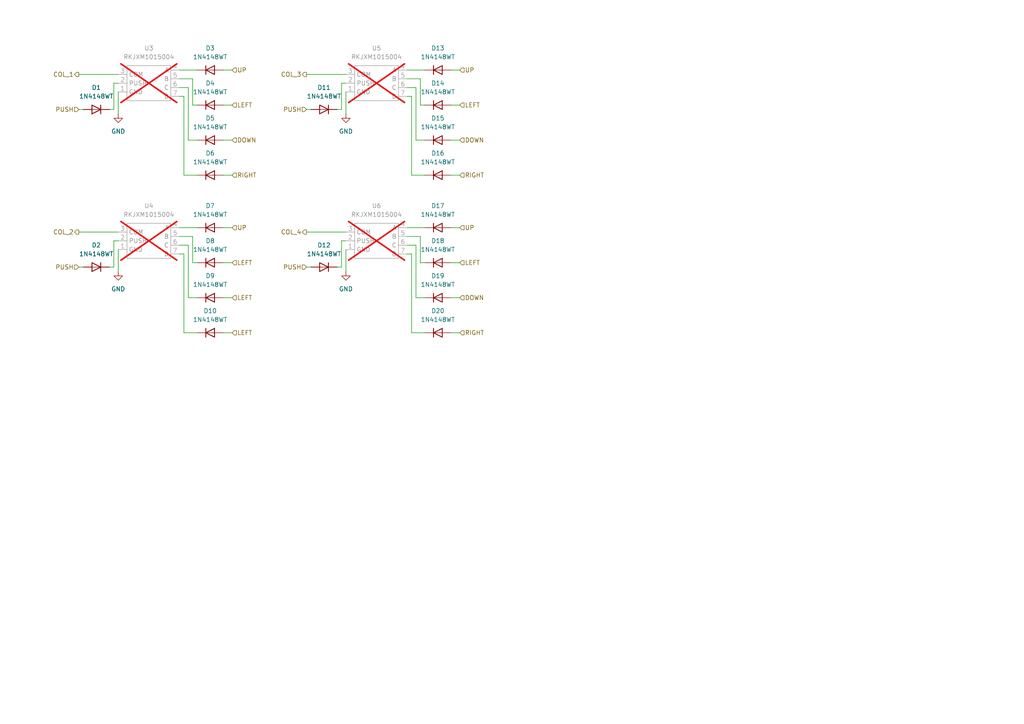
<source format=kicad_sch>
(kicad_sch (version 20230121) (generator eeschema)
  (paper "A4")
  (lib_symbols
    (symbol "Alps:RKJXM1015004"
      (property "Reference" "U1" (at -0.635 17.78 0))
      (property "Value" "RKJXM1015004" (at -0.635 15.24 0))
      (symbol "RKJXM1015004_0_1"
        (rectangle (start -6.35 12.7) (end 6.35 2.54))
      )
      (symbol "RKJXM1015004_1_1"
        (pin power_out line (at -8.89 5.08 0) (length 2.54) (name "GND") (number "1"))
        (pin power_in line (at -8.89 7.62 0) (length 2.54) (name "PUSH") (number "2"))
        (pin output line (at -8.89 10.16 0) (length 2.54) (name "COM") (number "3"))
        (pin output line (at 8.89 11.43 180) (length 2.54) (name "A") (number "4"))
        (pin output line (at 8.89 8.89 180) (length 2.54) (name "B") (number "5"))
        (pin output line (at 8.89 6.35 180) (length 2.54) (name "C") (number "6"))
        (pin output line (at 8.89 3.81 180) (length 2.54) (name "D") (number "7"))
      )
    )
    (symbol "Diode:1N4148WT" (pin_numbers hide) (pin_names hide)
      (property "Reference" "D" (at 0 2.54 0))
      (property "Value" "1N4148WT" (at 0 -2.54 0))
      (symbol "1N4148WT_0_1"
        (polyline (pts (xy -1.27 1.27) (xy -1.27 -1.27)) (stroke (width 0.254)))
        (polyline (pts (xy 1.27 0) (xy -1.27 0)))
        (polyline (pts (xy 1.27 1.27) (xy 1.27 -1.27) (xy -1.27 0) (xy 1.27 1.27)) (stroke (width 0.254)))
      )
      (symbol "1N4148WT_1_1"
        (pin passive line (at -3.81 0 0) (length 2.54) (name "K") (number "1"))
        (pin passive line (at 3.81 0 180) (length 2.54) (name "A") (number "2"))
      )
    )
    (symbol "power:GND" (power) (pin_names (offset 0))
      (property "Value" "GND" (at 0 -3.81 0))
      (symbol "GND_0_1"
        (polyline (pts (xy 0 0) (xy 0 -1.27) (xy 1.27 -1.27) (xy 0 -2.54) (xy -1.27 -1.27) (xy 0 -1.27)))
      )
      (symbol "GND_1_1"
        (pin power_in line (at 0 0 270) (length 0) hide (name "GND") (number "1"))
      )
    )
  )
  (wire (pts (xy 54.61 25.4) (xy 52.07 25.4)))
  (wire (pts (xy 22.86 21.59) (xy 34.29 21.59)))
  (wire (pts (xy 22.86 31.75) (xy 24.13 31.75)))
  (wire (pts (xy 99.06 69.85) (xy 99.06 77.47)))
  (wire (pts (xy 130.81 66.04) (xy 133.35 66.04)))
  (wire (pts (xy 120.65 71.12) (xy 118.11 71.12)))
  (wire (pts (xy 64.77 40.64) (xy 67.31 40.64)))
  (wire (pts (xy 100.33 72.39) (xy 100.33 78.74)))
  (wire (pts (xy 55.88 22.86) (xy 52.07 22.86)))
  (wire (pts (xy 57.15 86.36) (xy 54.61 86.36)))
  (wire (pts (xy 52.07 20.32) (xy 57.15 20.32)))
  (wire (pts (xy 54.61 71.12) (xy 52.07 71.12)))
  (wire (pts (xy 55.88 30.48) (xy 55.88 22.86)))
  (wire (pts (xy 120.65 40.64) (xy 120.65 25.4)))
  (wire (pts (xy 123.19 50.8) (xy 119.38 50.8)))
  (wire (pts (xy 64.77 50.8) (xy 67.31 50.8)))
  (wire (pts (xy 123.19 86.36) (xy 120.65 86.36)))
  (wire (pts (xy 34.29 26.67) (xy 34.29 33.02)))
  (wire (pts (xy 64.77 20.32) (xy 67.31 20.32)))
  (wire (pts (xy 130.81 96.52) (xy 133.35 96.52)))
  (wire (pts (xy 54.61 86.36) (xy 54.61 71.12)))
  (wire (pts (xy 88.9 21.59) (xy 100.33 21.59)))
  (wire (pts (xy 55.88 68.58) (xy 52.07 68.58)))
  (wire (pts (xy 53.34 73.66) (xy 52.07 73.66)))
  (wire (pts (xy 121.92 76.2) (xy 121.92 68.58)))
  (wire (pts (xy 120.65 86.36) (xy 120.65 71.12)))
  (wire (pts (xy 33.02 24.13) (xy 33.02 31.75)))
  (wire (pts (xy 121.92 22.86) (xy 118.11 22.86)))
  (wire (pts (xy 34.29 69.85) (xy 33.02 69.85)))
  (wire (pts (xy 130.81 50.8) (xy 133.35 50.8)))
  (wire (pts (xy 130.81 40.64) (xy 133.35 40.64)))
  (wire (pts (xy 121.92 30.48) (xy 121.92 22.86)))
  (wire (pts (xy 34.29 72.39) (xy 34.29 78.74)))
  (wire (pts (xy 119.38 96.52) (xy 119.38 73.66)))
  (wire (pts (xy 33.02 69.85) (xy 33.02 77.47)))
  (wire (pts (xy 55.88 76.2) (xy 57.15 76.2)))
  (wire (pts (xy 123.19 40.64) (xy 120.65 40.64)))
  (wire (pts (xy 64.77 76.2) (xy 67.31 76.2)))
  (wire (pts (xy 100.33 69.85) (xy 99.06 69.85)))
  (wire (pts (xy 88.9 67.31) (xy 100.33 67.31)))
  (wire (pts (xy 130.81 20.32) (xy 133.35 20.32)))
  (wire (pts (xy 34.29 24.13) (xy 33.02 24.13)))
  (wire (pts (xy 121.92 68.58) (xy 118.11 68.58)))
  (wire (pts (xy 120.65 25.4) (xy 118.11 25.4)))
  (wire (pts (xy 121.92 76.2) (xy 123.19 76.2)))
  (wire (pts (xy 119.38 27.94) (xy 118.11 27.94)))
  (wire (pts (xy 88.9 77.47) (xy 90.17 77.47)))
  (wire (pts (xy 99.06 31.75) (xy 97.79 31.75)))
  (wire (pts (xy 55.88 30.48) (xy 57.15 30.48)))
  (wire (pts (xy 57.15 50.8) (xy 53.34 50.8)))
  (wire (pts (xy 123.19 96.52) (xy 119.38 96.52)))
  (wire (pts (xy 22.86 67.31) (xy 34.29 67.31)))
  (wire (pts (xy 57.15 40.64) (xy 54.61 40.64)))
  (wire (pts (xy 99.06 24.13) (xy 99.06 31.75)))
  (wire (pts (xy 53.34 50.8) (xy 53.34 27.94)))
  (wire (pts (xy 64.77 66.04) (xy 67.31 66.04)))
  (wire (pts (xy 52.07 66.04) (xy 57.15 66.04)))
  (wire (pts (xy 53.34 96.52) (xy 53.34 73.66)))
  (wire (pts (xy 119.38 50.8) (xy 119.38 27.94)))
  (wire (pts (xy 55.88 76.2) (xy 55.88 68.58)))
  (wire (pts (xy 118.11 66.04) (xy 123.19 66.04)))
  (wire (pts (xy 88.9 31.75) (xy 90.17 31.75)))
  (wire (pts (xy 33.02 31.75) (xy 31.75 31.75)))
  (wire (pts (xy 99.06 77.47) (xy 97.79 77.47)))
  (wire (pts (xy 130.81 30.48) (xy 133.35 30.48)))
  (wire (pts (xy 54.61 40.64) (xy 54.61 25.4)))
  (wire (pts (xy 118.11 20.32) (xy 123.19 20.32)))
  (wire (pts (xy 100.33 24.13) (xy 99.06 24.13)))
  (wire (pts (xy 64.77 86.36) (xy 67.31 86.36)))
  (wire (pts (xy 119.38 73.66) (xy 118.11 73.66)))
  (wire (pts (xy 64.77 96.52) (xy 67.31 96.52)))
  (wire (pts (xy 33.02 77.47) (xy 31.75 77.47)))
  (wire (pts (xy 57.15 96.52) (xy 53.34 96.52)))
  (wire (pts (xy 130.81 86.36) (xy 133.35 86.36)))
  (wire (pts (xy 64.77 30.48) (xy 67.31 30.48)))
  (wire (pts (xy 121.92 30.48) (xy 123.19 30.48)))
  (wire (pts (xy 100.33 26.67) (xy 100.33 33.02)))
  (wire (pts (xy 130.81 76.2) (xy 133.35 76.2)))
  (wire (pts (xy 53.34 27.94) (xy 52.07 27.94)))
  (wire (pts (xy 22.86 77.47) (xy 24.13 77.47)))
  (hierarchical_label "COL_4" (shape output) (at 88.9 67.31 180))
  (hierarchical_label "UP" (shape input) (at 67.31 20.32 0))
  (hierarchical_label "LEFT" (shape input) (at 133.35 30.48 0))
  (hierarchical_label "COL_2" (shape output) (at 22.86 67.31 180))
  (hierarchical_label "UP" (shape input) (at 67.31 66.04 0))
  (hierarchical_label "DOWN" (shape input) (at 133.35 86.36 0))
  (hierarchical_label "PUSH" (shape input) (at 88.9 77.47 180))
  (hierarchical_label "PUSH" (shape input) (at 22.86 77.47 180))
  (hierarchical_label "LEFT" (shape input) (at 67.31 96.52 0))
  (hierarchical_label "RIGHT" (shape input) (at 67.31 50.8 0))
  (hierarchical_label "PUSH" (shape input) (at 22.86 31.75 180))
  (hierarchical_label "COL_3" (shape output) (at 88.9 21.59 180))
  (hierarchical_label "DOWN" (shape input) (at 67.31 40.64 0))
  (hierarchical_label "PUSH" (shape input) (at 88.9 31.75 180))
  (hierarchical_label "RIGHT" (shape input) (at 133.35 96.52 0))
  (hierarchical_label "DOWN" (shape input) (at 133.35 40.64 0))
  (hierarchical_label "UP" (shape input) (at 133.35 66.04 0))
  (hierarchical_label "LEFT" (shape input) (at 133.35 76.2 0))
  (hierarchical_label "LEFT" (shape input) (at 67.31 30.48 0))
  (hierarchical_label "COL_1" (shape output) (at 22.86 21.59 180))
  (hierarchical_label "LEFT" (shape input) (at 67.31 76.2 0))
  (hierarchical_label "UP" (shape input) (at 133.35 20.32 0))
  (hierarchical_label "LEFT" (shape input) (at 67.31 86.36 0))
  (hierarchical_label "RIGHT" (shape input) (at 133.35 50.8 0))
  (symbol (lib_id "Diode:1N4148WT") (at 93.98 31.75 180) (unit 1)
    (property "Reference" "D11" (at 93.98 25.4 0))
    (property "Value" "1N4148WT" (at 93.98 27.94 0))
    (property "Footprint" "Diode_SMD:D_SOD-523" (effects hide))
    (property "Datasheet" "https://www.diodes.com/assets/Datasheets/ds30396.pdf" (effects hide))
    (property "Sim.Device" "D" (effects hide))
    (property "Sim.Pins" "1=K 2=A" (effects hide))
  )
  (symbol (lib_id "Alps:RKJXM1015004") (at 109.22 31.75 0) (unit 1) (dnp yes)
    (property "Reference" "U5" (at 109.22 13.97 0))
    (property "Value" "RKJXM1015004" (at 109.22 16.51 0))
    (property "Footprint" "Alps:RKJXM1015004" (effects hide))
  )
  (symbol (lib_id "Diode:1N4148WT") (at 127 20.32 0) (unit 1)
    (property "Reference" "D13" (at 127 13.97 0))
    (property "Value" "1N4148WT" (at 127 16.51 0))
    (property "Footprint" "Diode_SMD:D_SOD-523" (effects hide))
    (property "Datasheet" "https://www.diodes.com/assets/Datasheets/ds30396.pdf" (effects hide))
    (property "Sim.Device" "D" (effects hide))
    (property "Sim.Pins" "1=K 2=A" (effects hide))
  )
  (symbol (lib_id "Diode:1N4148WT") (at 60.96 86.36 0) (unit 1)
    (property "Reference" "D9" (at 60.96 80.01 0))
    (property "Value" "1N4148WT" (at 60.96 82.55 0))
    (property "Footprint" "Diode_SMD:D_SOD-523" (effects hide))
    (property "Datasheet" "https://www.diodes.com/assets/Datasheets/ds30396.pdf" (effects hide))
    (property "Sim.Device" "D" (effects hide))
    (property "Sim.Pins" "1=K 2=A" (effects hide))
  )
  (symbol (lib_id "Diode:1N4148WT") (at 127 76.2 0) (unit 1)
    (property "Reference" "D18" (at 127 69.85 0))
    (property "Value" "1N4148WT" (at 127 72.39 0))
    (property "Footprint" "Diode_SMD:D_SOD-523" (effects hide))
    (property "Datasheet" "https://www.diodes.com/assets/Datasheets/ds30396.pdf" (effects hide))
    (property "Sim.Device" "D" (effects hide))
    (property "Sim.Pins" "1=K 2=A" (effects hide))
  )
  (symbol (lib_id "Diode:1N4148WT") (at 127 86.36 0) (unit 1)
    (property "Reference" "D19" (at 127 80.01 0))
    (property "Value" "1N4148WT" (at 127 82.55 0))
    (property "Footprint" "Diode_SMD:D_SOD-523" (effects hide))
    (property "Datasheet" "https://www.diodes.com/assets/Datasheets/ds30396.pdf" (effects hide))
    (property "Sim.Device" "D" (effects hide))
    (property "Sim.Pins" "1=K 2=A" (effects hide))
  )
  (symbol (lib_id "Diode:1N4148WT") (at 60.96 96.52 0) (unit 1)
    (property "Reference" "D10" (at 60.96 90.17 0))
    (property "Value" "1N4148WT" (at 60.96 92.71 0))
    (property "Footprint" "Diode_SMD:D_SOD-523" (effects hide))
    (property "Datasheet" "https://www.diodes.com/assets/Datasheets/ds30396.pdf" (effects hide))
    (property "Sim.Device" "D" (effects hide))
    (property "Sim.Pins" "1=K 2=A" (effects hide))
  )
  (symbol (lib_id "Diode:1N4148WT") (at 127 96.52 0) (unit 1)
    (property "Reference" "D20" (at 127 90.17 0))
    (property "Value" "1N4148WT" (at 127 92.71 0))
    (property "Footprint" "Diode_SMD:D_SOD-523" (effects hide))
    (property "Datasheet" "https://www.diodes.com/assets/Datasheets/ds30396.pdf" (effects hide))
    (property "Sim.Device" "D" (effects hide))
    (property "Sim.Pins" "1=K 2=A" (effects hide))
  )
  (symbol (lib_id "power:GND") (at 100.33 33.02 0) (unit 1)
    (property "Reference" "#PWR015" (effects hide))
    (property "Value" "GND" (at 100.33 38.1 0))
  )
  (symbol (lib_id "Diode:1N4148WT") (at 27.94 77.47 180) (unit 1)
    (property "Reference" "D2" (at 27.94 71.12 0))
    (property "Value" "1N4148WT" (at 27.94 73.66 0))
    (property "Footprint" "Diode_SMD:D_SOD-523" (effects hide))
    (property "Datasheet" "https://www.diodes.com/assets/Datasheets/ds30396.pdf" (effects hide))
    (property "Sim.Device" "D" (effects hide))
    (property "Sim.Pins" "1=K 2=A" (effects hide))
  )
  (symbol (lib_id "power:GND") (at 34.29 78.74 0) (unit 1)
    (property "Reference" "#PWR014" (effects hide))
    (property "Value" "GND" (at 34.29 83.82 0))
  )
  (symbol (lib_id "Diode:1N4148WT") (at 127 30.48 0) (unit 1)
    (property "Reference" "D14" (at 127 24.13 0))
    (property "Value" "1N4148WT" (at 127 26.67 0))
    (property "Footprint" "Diode_SMD:D_SOD-523" (effects hide))
    (property "Datasheet" "https://www.diodes.com/assets/Datasheets/ds30396.pdf" (effects hide))
    (property "Sim.Device" "D" (effects hide))
    (property "Sim.Pins" "1=K 2=A" (effects hide))
  )
  (symbol (lib_id "power:GND") (at 34.29 33.02 0) (unit 1)
    (property "Reference" "#PWR013" (effects hide))
    (property "Value" "GND" (at 34.29 38.1 0))
  )
  (symbol (lib_id "Alps:RKJXM1015004") (at 43.18 77.47 0) (unit 1) (dnp yes)
    (property "Reference" "U4" (at 43.18 59.69 0))
    (property "Value" "RKJXM1015004" (at 43.18 62.23 0))
    (property "Footprint" "Alps:RKJXM1015004" (effects hide))
  )
  (symbol (lib_id "Diode:1N4148WT") (at 93.98 77.47 180) (unit 1)
    (property "Reference" "D12" (at 93.98 71.12 0))
    (property "Value" "1N4148WT" (at 93.98 73.66 0))
    (property "Footprint" "Diode_SMD:D_SOD-523" (effects hide))
    (property "Datasheet" "https://www.diodes.com/assets/Datasheets/ds30396.pdf" (effects hide))
    (property "Sim.Device" "D" (effects hide))
    (property "Sim.Pins" "1=K 2=A" (effects hide))
  )
  (symbol (lib_id "Diode:1N4148WT") (at 60.96 76.2 0) (unit 1)
    (property "Reference" "D8" (at 60.96 69.85 0))
    (property "Value" "1N4148WT" (at 60.96 72.39 0))
    (property "Footprint" "Diode_SMD:D_SOD-523" (effects hide))
    (property "Datasheet" "https://www.diodes.com/assets/Datasheets/ds30396.pdf" (effects hide))
    (property "Sim.Device" "D" (effects hide))
    (property "Sim.Pins" "1=K 2=A" (effects hide))
  )
  (symbol (lib_id "power:GND") (at 100.33 78.74 0) (unit 1)
    (property "Reference" "#PWR016" (effects hide))
    (property "Value" "GND" (at 100.33 83.82 0))
  )
  (symbol (lib_id "Diode:1N4148WT") (at 60.96 50.8 0) (unit 1)
    (property "Reference" "D6" (at 60.96 44.45 0))
    (property "Value" "1N4148WT" (at 60.96 46.99 0))
    (property "Footprint" "Diode_SMD:D_SOD-523" (effects hide))
    (property "Datasheet" "https://www.diodes.com/assets/Datasheets/ds30396.pdf" (effects hide))
    (property "Sim.Device" "D" (effects hide))
    (property "Sim.Pins" "1=K 2=A" (effects hide))
  )
  (symbol (lib_id "Diode:1N4148WT") (at 127 66.04 0) (unit 1)
    (property "Reference" "D17" (at 127 59.69 0))
    (property "Value" "1N4148WT" (at 127 62.23 0))
    (property "Footprint" "Diode_SMD:D_SOD-523" (effects hide))
    (property "Datasheet" "https://www.diodes.com/assets/Datasheets/ds30396.pdf" (effects hide))
    (property "Sim.Device" "D" (effects hide))
    (property "Sim.Pins" "1=K 2=A" (effects hide))
  )
  (symbol (lib_id "Diode:1N4148WT") (at 127 50.8 0) (unit 1)
    (property "Reference" "D16" (at 127 44.45 0))
    (property "Value" "1N4148WT" (at 127 46.99 0))
    (property "Footprint" "Diode_SMD:D_SOD-523" (effects hide))
    (property "Datasheet" "https://www.diodes.com/assets/Datasheets/ds30396.pdf" (effects hide))
    (property "Sim.Device" "D" (effects hide))
    (property "Sim.Pins" "1=K 2=A" (effects hide))
  )
  (symbol (lib_id "Diode:1N4148WT") (at 27.94 31.75 180) (unit 1)
    (property "Reference" "D1" (at 27.94 25.4 0))
    (property "Value" "1N4148WT" (at 27.94 27.94 0))
    (property "Footprint" "Diode_SMD:D_SOD-523" (effects hide))
    (property "Datasheet" "https://www.diodes.com/assets/Datasheets/ds30396.pdf" (effects hide))
    (property "Sim.Device" "D" (effects hide))
    (property "Sim.Pins" "1=K 2=A" (effects hide))
  )
  (symbol (lib_id "Diode:1N4148WT") (at 60.96 66.04 0) (unit 1)
    (property "Reference" "D7" (at 60.96 59.69 0))
    (property "Value" "1N4148WT" (at 60.96 62.23 0))
    (property "Footprint" "Diode_SMD:D_SOD-523" (effects hide))
    (property "Datasheet" "https://www.diodes.com/assets/Datasheets/ds30396.pdf" (effects hide))
    (property "Sim.Device" "D" (effects hide))
    (property "Sim.Pins" "1=K 2=A" (effects hide))
  )
  (symbol (lib_id "Diode:1N4148WT") (at 60.96 20.32 0) (unit 1)
    (property "Reference" "D3" (at 60.96 13.97 0))
    (property "Value" "1N4148WT" (at 60.96 16.51 0))
    (property "Footprint" "Diode_SMD:D_SOD-523" (effects hide))
    (property "Datasheet" "https://www.diodes.com/assets/Datasheets/ds30396.pdf" (effects hide))
    (property "Sim.Device" "D" (effects hide))
    (property "Sim.Pins" "1=K 2=A" (effects hide))
  )
  (symbol (lib_id "Diode:1N4148WT") (at 60.96 30.48 0) (unit 1)
    (property "Reference" "D4" (at 60.96 24.13 0))
    (property "Value" "1N4148WT" (at 60.96 26.67 0))
    (property "Footprint" "Diode_SMD:D_SOD-523" (effects hide))
    (property "Datasheet" "https://www.diodes.com/assets/Datasheets/ds30396.pdf" (effects hide))
    (property "Sim.Device" "D" (effects hide))
    (property "Sim.Pins" "1=K 2=A" (effects hide))
  )
  (symbol (lib_id "Diode:1N4148WT") (at 60.96 40.64 0) (unit 1)
    (property "Reference" "D5" (at 60.96 34.29 0))
    (property "Value" "1N4148WT" (at 60.96 36.83 0))
    (property "Footprint" "Diode_SMD:D_SOD-523" (effects hide))
    (property "Datasheet" "https://www.diodes.com/assets/Datasheets/ds30396.pdf" (effects hide))
    (property "Sim.Device" "D" (effects hide))
    (property "Sim.Pins" "1=K 2=A" (effects hide))
  )
  (symbol (lib_id "Alps:RKJXM1015004") (at 109.22 77.47 0) (unit 1) (dnp yes)
    (property "Reference" "U6" (at 109.22 59.69 0))
    (property "Value" "RKJXM1015004" (at 109.22 62.23 0))
    (property "Footprint" "Alps:RKJXM1015004" (effects hide))
  )
  (symbol (lib_id "Diode:1N4148WT") (at 127 40.64 0) (unit 1)
    (property "Reference" "D15" (at 127 34.29 0))
    (property "Value" "1N4148WT" (at 127 36.83 0))
    (property "Footprint" "Diode_SMD:D_SOD-523" (effects hide))
    (property "Datasheet" "https://www.diodes.com/assets/Datasheets/ds30396.pdf" (effects hide))
    (property "Sim.Device" "D" (effects hide))
    (property "Sim.Pins" "1=K 2=A" (effects hide))
  )
  (symbol (lib_id "Alps:RKJXM1015004") (at 43.18 31.75 0) (unit 1) (dnp yes)
    (property "Reference" "U3" (at 43.18 13.97 0))
    (property "Value" "RKJXM1015004" (at 43.18 16.51 0))
    (property "Footprint" "Alps:RKJXM1015004" (effects hide))
  )
)
</source>
